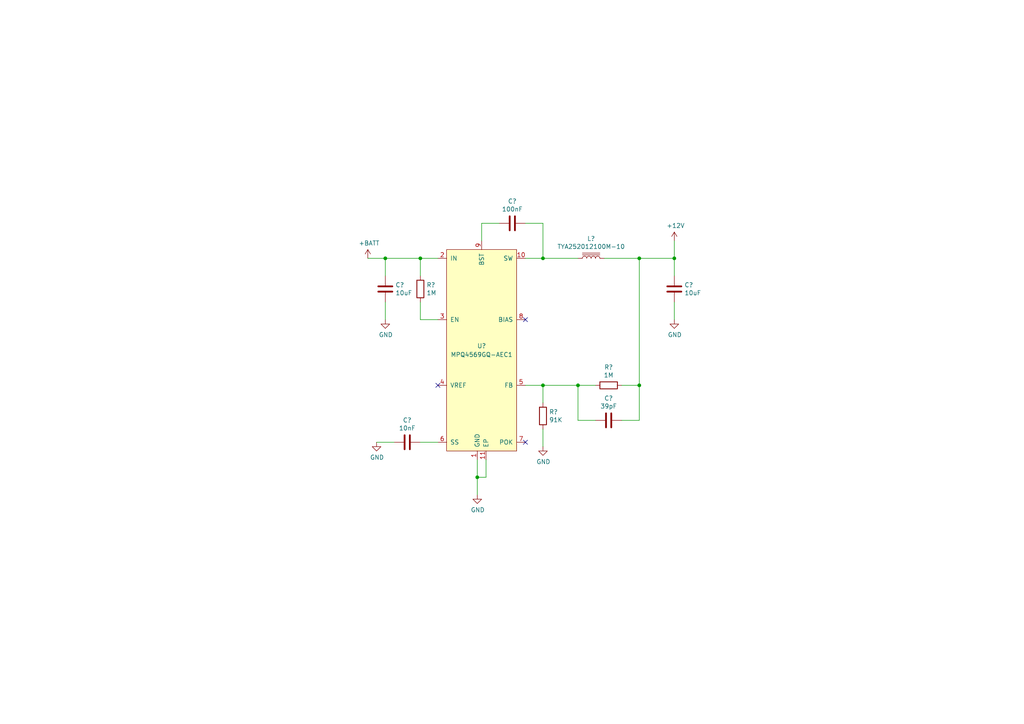
<source format=kicad_sch>
(kicad_sch (version 20211123) (generator eeschema)
  (paper "A4")
  (title_block (title "Multi purpose power converter module with CAN bus interface") (date "2022-09-07") (rev "0.1") (company "City Science Lab @ Taipei Tech /a cooperation with the MIT Media Lab") (comment 1 "DANCHOUZHOU") (comment 2 "https://github.com/danchouzhou") (comment 3 "danchouzhou@gmail.com"))
  (lib_symbols
    (symbol "Device:C" (pin_numbers hide) (pin_names (offset 0.254))
      (property "Reference" "C" (at 0.635 2.54 0))
      (property "Value" "C" (at 0.635 -2.54 0))
      (symbol "C_0_1"
        (polyline (pts (xy -2.032 -0.762) (xy 2.032 -0.762)) (stroke (width 0.508)))
        (polyline (pts (xy -2.032 0.762) (xy 2.032 0.762)) (stroke (width 0.508)))
      )
      (symbol "C_1_1"
        (pin passive line (at 0 3.81 270) (length 2.794) (name "~") (number "1"))
        (pin passive line (at 0 -3.81 90) (length 2.794) (name "~") (number "2"))
      )
    )
    (symbol "Device:L_Iron" (pin_numbers hide) (pin_names (offset 1.016) hide)
      (property "Reference" "L" (at -1.27 0 90))
      (property "Value" "L_Iron" (at 2.794 0 90))
      (symbol "L_Iron_0_1"
        (arc (start 0 -2.54) (mid 0.635 -1.905) (end 0 -1.27))
        (arc (start 0 -1.27) (mid 0.635 -0.635) (end 0 0))
        (polyline (pts (xy 1.016 2.54) (xy 1.016 -2.54)))
        (polyline (pts (xy 1.524 -2.54) (xy 1.524 2.54)))
        (arc (start 0 0) (mid 0.635 0.635) (end 0 1.27))
        (arc (start 0 1.27) (mid 0.635 1.905) (end 0 2.54))
      )
      (symbol "L_Iron_1_1"
        (pin passive line (at 0 3.81 270) (length 1.27) (name "1") (number "1"))
        (pin passive line (at 0 -3.81 90) (length 1.27) (name "2") (number "2"))
      )
    )
    (symbol "Device:R" (pin_numbers hide) (pin_names (offset 0))
      (property "Reference" "R" (at 2.032 0 90))
      (property "Value" "R" (at 0 0 90))
      (symbol "R_0_1"
        (rectangle (start -1.016 -2.54) (end 1.016 2.54) (stroke (width 0.254)))
      )
      (symbol "R_1_1"
        (pin passive line (at 0 3.81 270) (length 1.27) (name "~") (number "1"))
        (pin passive line (at 0 -3.81 90) (length 1.27) (name "~") (number "2"))
      )
    )
    (symbol "MPQ4569:MPQ4569GQ-AEC1" (pin_names (offset 1.016))
      (property "Reference" "U" (at -40.64 24.13 0))
      (property "Value" "MPQ4569GQ-AEC1" (at -41.91 17.78 0))
      (symbol "MPQ4569GQ-AEC1_0_1"
        (rectangle (start -10.16 29.21) (end 10.16 -29.21) (fill (type background)))
      )
      (symbol "MPQ4569GQ-AEC1_1_1"
        (pin power_in line (at -1.27 -31.75 90) (length 2.54) (name "GND") (number "1"))
        (pin output line (at 12.7 26.67 180) (length 2.54) (name "SW") (number "10"))
        (pin output line (at 1.27 -31.75 90) (length 2.54) (name "EP") (number "11"))
        (pin power_in line (at -12.7 26.67 0) (length 2.54) (name "IN") (number "2"))
        (pin input line (at -12.7 8.89 0) (length 2.54) (name "EN") (number "3"))
        (pin output line (at -12.7 -10.16 0) (length 2.54) (name "VREF") (number "4"))
        (pin output line (at 12.7 -10.16 180) (length 2.54) (name "FB") (number "5"))
        (pin output line (at -12.7 -26.67 0) (length 2.54) (name "SS") (number "6"))
        (pin output line (at 12.7 -26.67 180) (length 2.54) (name "POK") (number "7"))
        (pin power_in line (at 12.7 8.89 180) (length 2.54) (name "BIAS") (number "8"))
        (pin output line (at 0 31.75 270) (length 2.54) (name "BST") (number "9"))
      )
    )
    (symbol "power:+12V" (power) (pin_names (offset 0))
      (property "Value" "+12V" (at 0 3.556 0))
      (symbol "+12V_0_1"
        (polyline (pts (xy -0.762 1.27) (xy 0 2.54)))
        (polyline (pts (xy 0 0) (xy 0 2.54)))
        (polyline (pts (xy 0 2.54) (xy 0.762 1.27)))
      )
      (symbol "+12V_1_1"
        (pin power_in line (at 0 0 90) (length 0) hide (name "+12V") (number "1"))
      )
    )
    (symbol "power:+BATT" (power) (pin_names (offset 0))
      (property "Value" "+BATT" (at 0 3.556 0))
      (symbol "+BATT_0_1"
        (polyline (pts (xy -0.762 1.27) (xy 0 2.54)))
        (polyline (pts (xy 0 0) (xy 0 2.54)))
        (polyline (pts (xy 0 2.54) (xy 0.762 1.27)))
      )
      (symbol "+BATT_1_1"
        (pin power_in line (at 0 0 90) (length 0) hide (name "+BATT") (number "1"))
      )
    )
    (symbol "power:GND" (power) (pin_names (offset 0))
      (property "Value" "GND" (at 0 -3.81 0))
      (symbol "GND_0_1"
        (polyline (pts (xy 0 0) (xy 0 -1.27) (xy 1.27 -1.27) (xy 0 -2.54) (xy -1.27 -1.27) (xy 0 -1.27)))
      )
      (symbol "GND_1_1"
        (pin power_in line (at 0 0 270) (length 0) hide (name "GND") (number "1"))
      )
    )
  )
  (junction (at 138.43 138.43))
  (junction (at 157.48 74.93))
  (junction (at 185.42 111.76))
  (junction (at 111.76 74.93))
  (junction (at 167.64 111.76))
  (junction (at 195.58 74.93))
  (junction (at 157.48 111.76))
  (junction (at 121.92 74.93))
  (junction (at 185.42 74.93))
  (no_connect (at 152.4 128.27))
  (no_connect (at 127 111.76))
  (no_connect (at 152.4 92.71))
  (wire (pts (xy 152.4 64.77) (xy 157.48 64.77)))
  (wire (pts (xy 157.48 74.93) (xy 167.64 74.93)))
  (wire (pts (xy 152.4 74.93) (xy 157.48 74.93)))
  (wire (pts (xy 111.76 74.93) (xy 111.76 80.01)))
  (wire (pts (xy 195.58 69.85) (xy 195.58 74.93)))
  (wire (pts (xy 157.48 64.77) (xy 157.48 74.93)))
  (wire (pts (xy 140.97 133.35) (xy 140.97 138.43)))
  (wire (pts (xy 121.92 128.27) (xy 127 128.27)))
  (wire (pts (xy 121.92 74.93) (xy 111.76 74.93)))
  (wire (pts (xy 167.64 121.92) (xy 172.72 121.92)))
  (wire (pts (xy 167.64 111.76) (xy 167.64 121.92)))
  (wire (pts (xy 172.72 111.76) (xy 167.64 111.76)))
  (wire (pts (xy 144.78 64.77) (xy 139.7 64.77)))
  (wire (pts (xy 109.22 128.27) (xy 114.3 128.27)))
  (wire (pts (xy 106.68 74.93) (xy 111.76 74.93)))
  (wire (pts (xy 185.42 74.93) (xy 185.42 111.76)))
  (wire (pts (xy 121.92 87.63) (xy 121.92 92.71)))
  (wire (pts (xy 111.76 87.63) (xy 111.76 92.71)))
  (wire (pts (xy 127 74.93) (xy 121.92 74.93)))
  (wire (pts (xy 121.92 74.93) (xy 121.92 80.01)))
  (wire (pts (xy 185.42 111.76) (xy 185.42 121.92)))
  (wire (pts (xy 157.48 111.76) (xy 167.64 111.76)))
  (wire (pts (xy 195.58 92.71) (xy 195.58 87.63)))
  (wire (pts (xy 180.34 111.76) (xy 185.42 111.76)))
  (wire (pts (xy 185.42 74.93) (xy 195.58 74.93)))
  (wire (pts (xy 140.97 138.43) (xy 138.43 138.43)))
  (wire (pts (xy 138.43 133.35) (xy 138.43 138.43)))
  (wire (pts (xy 152.4 111.76) (xy 157.48 111.76)))
  (wire (pts (xy 185.42 121.92) (xy 180.34 121.92)))
  (wire (pts (xy 195.58 74.93) (xy 195.58 80.01)))
  (wire (pts (xy 138.43 138.43) (xy 138.43 143.51)))
  (wire (pts (xy 139.7 64.77) (xy 139.7 69.85)))
  (wire (pts (xy 157.48 129.54) (xy 157.48 124.46)))
  (wire (pts (xy 175.26 74.93) (xy 185.42 74.93)))
  (wire (pts (xy 157.48 116.84) (xy 157.48 111.76)))
  (wire (pts (xy 121.92 92.71) (xy 127 92.71)))
  (symbol (lib_id "MPQ4569:MPQ4569GQ-AEC1") (at 139.7 101.6 0) (unit 1)
    (property "Reference" "U?" (at 139.7 100.33 0))
    (property "Value" "MPQ4569GQ-AEC1" (at 139.7 102.87 0))
    (property "Footprint" "QFN-10-1EP_3x3mm_P0.5mm_EP1.7x2.5mm:QFN-10-1EP_3x3mm_P0.5mm_EP1.7x2.5mm" (effects hide))
  )
  (symbol (lib_id "Device:R") (at 121.92 83.82 0) (unit 1)
    (property "Reference" "R?" (at 123.698 82.6516 0) (effects (justify left)))
    (property "Value" "1M" (at 123.698 84.963 0) (effects (justify left)))
    (property "Footprint" "Resistor_SMD:R_0603_1608Metric" (effects hide))
  )
  (symbol (lib_id "Device:C") (at 118.11 128.27 270) (unit 1)
    (property "Reference" "C?" (at 118.11 121.8692 90))
    (property "Value" "10nF" (at 118.11 124.1806 90))
    (property "Footprint" "Capacitor_SMD:C_0603_1608Metric" (effects hide))
  )
  (symbol (lib_id "power:GND") (at 109.22 128.27 0) (unit 1)
    (property "Reference" "#PWR?" (effects hide))
    (property "Value" "GND" (at 109.347 132.6642 0))
  )
  (symbol (lib_id "power:GND") (at 138.43 143.51 0) (unit 1)
    (property "Reference" "#PWR?" (effects hide))
    (property "Value" "GND" (at 138.557 147.9042 0))
  )
  (symbol (lib_id "Device:C") (at 195.58 83.82 0) (unit 1)
    (property "Reference" "C?" (at 198.501 82.6516 0) (effects (justify left)))
    (property "Value" "10uF" (at 198.501 84.963 0) (effects (justify left)))
    (property "Footprint" "Capacitor_SMD:C_0805_2012Metric" (effects hide))
  )
  (symbol (lib_id "power:GND") (at 195.58 92.71 0) (unit 1)
    (property "Reference" "#PWR?" (effects hide))
    (property "Value" "GND" (at 195.707 97.1042 0))
  )
  (symbol (lib_id "power:+12V") (at 195.58 69.85 0) (unit 1)
    (property "Reference" "#PWR?" (effects hide))
    (property "Value" "+12V" (at 195.961 65.4558 0))
  )
  (symbol (lib_id "Device:C") (at 111.76 83.82 0) (unit 1)
    (property "Reference" "C?" (at 114.681 82.6516 0) (effects (justify left)))
    (property "Value" "10uF" (at 114.681 84.963 0) (effects (justify left)))
    (property "Footprint" "Capacitor_SMD:C_1210_3225Metric" (effects hide))
  )
  (symbol (lib_id "power:+BATT") (at 106.68 74.93 0) (unit 1)
    (property "Reference" "#PWR?" (effects hide))
    (property "Value" "+BATT" (at 107.061 70.5358 0))
  )
  (symbol (lib_id "power:GND") (at 111.76 92.71 0) (unit 1)
    (property "Reference" "#PWR?" (effects hide))
    (property "Value" "GND" (at 111.887 97.1042 0))
  )
  (symbol (lib_id "Device:L_Iron") (at 171.45 74.93 90) (unit 1)
    (property "Reference" "L?" (at 171.45 69.215 90))
    (property "Value" "TYA252012100M-10" (at 171.45 71.5264 90))
    (property "Footprint" "tya252010-series:tya252010-series" (effects hide))
  )
  (symbol (lib_id "Device:C") (at 148.59 64.77 270) (unit 1)
    (property "Reference" "C?" (at 148.59 58.3692 90))
    (property "Value" "100nF" (at 148.59 60.6806 90))
    (property "Footprint" "Capacitor_SMD:C_0603_1608Metric" (effects hide))
  )
  (symbol (lib_id "Device:R") (at 176.53 111.76 270) (unit 1)
    (property "Reference" "R?" (at 176.53 106.5022 90))
    (property "Value" "1M" (at 176.53 108.8136 90))
    (property "Footprint" "Resistor_SMD:R_0603_1608Metric" (effects hide))
  )
  (symbol (lib_id "Device:C") (at 176.53 121.92 270) (unit 1)
    (property "Reference" "C?" (at 176.53 115.5192 90))
    (property "Value" "39pF" (at 176.53 117.8306 90))
    (property "Footprint" "Capacitor_SMD:C_0603_1608Metric" (effects hide))
  )
  (symbol (lib_id "Device:R") (at 157.48 120.65 0) (unit 1)
    (property "Reference" "R?" (at 159.258 119.4816 0) (effects (justify left)))
    (property "Value" "91K" (at 159.258 121.793 0) (effects (justify left)))
    (property "Footprint" "Resistor_SMD:R_0603_1608Metric" (effects hide))
  )
  (symbol (lib_id "power:GND") (at 157.48 129.54 0) (unit 1)
    (property "Reference" "#PWR?" (effects hide))
    (property "Value" "GND" (at 157.607 133.9342 0))
  )
)
</source>
